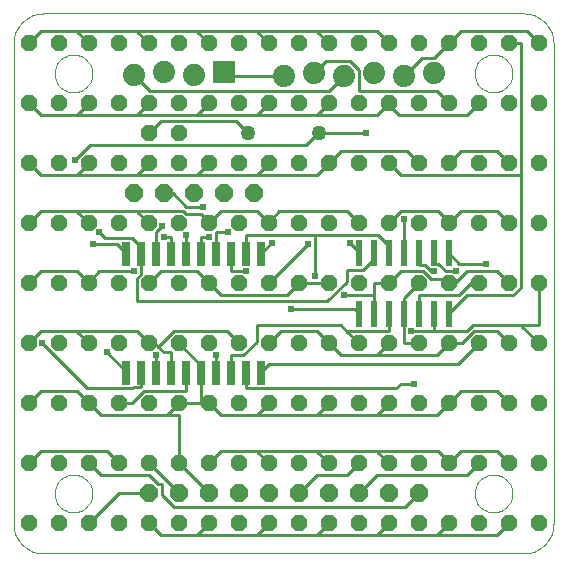
<source format=gbl>
G75*
G70*
%OFA0B0*%
%FSLAX24Y24*%
%IPPOS*%
%LPD*%
%AMOC8*
5,1,8,0,0,1.08239X$1,22.5*
%
%ADD10C,0.0000*%
%ADD11OC8,0.0520*%
%ADD12OC8,0.0600*%
%ADD13R,0.0240X0.0870*%
%ADD14R,0.0740X0.0740*%
%ADD15C,0.0740*%
%ADD16C,0.0500*%
%ADD17R,0.0260X0.0800*%
%ADD18C,0.0100*%
%ADD19C,0.0240*%
D10*
X001100Y000100D02*
X017100Y000100D01*
X017160Y000102D01*
X017221Y000107D01*
X017280Y000116D01*
X017339Y000129D01*
X017398Y000145D01*
X017455Y000165D01*
X017510Y000188D01*
X017565Y000215D01*
X017617Y000244D01*
X017668Y000277D01*
X017717Y000313D01*
X017763Y000351D01*
X017807Y000393D01*
X017849Y000437D01*
X017887Y000483D01*
X017923Y000532D01*
X017956Y000583D01*
X017985Y000635D01*
X018012Y000690D01*
X018035Y000745D01*
X018055Y000802D01*
X018071Y000861D01*
X018084Y000920D01*
X018093Y000979D01*
X018098Y001040D01*
X018100Y001100D01*
X018100Y017100D01*
X018098Y017160D01*
X018093Y017221D01*
X018084Y017280D01*
X018071Y017339D01*
X018055Y017398D01*
X018035Y017455D01*
X018012Y017510D01*
X017985Y017565D01*
X017956Y017617D01*
X017923Y017668D01*
X017887Y017717D01*
X017849Y017763D01*
X017807Y017807D01*
X017763Y017849D01*
X017717Y017887D01*
X017668Y017923D01*
X017617Y017956D01*
X017565Y017985D01*
X017510Y018012D01*
X017455Y018035D01*
X017398Y018055D01*
X017339Y018071D01*
X017280Y018084D01*
X017221Y018093D01*
X017160Y018098D01*
X017100Y018100D01*
X001100Y018100D01*
X001040Y018098D01*
X000979Y018093D01*
X000920Y018084D01*
X000861Y018071D01*
X000802Y018055D01*
X000745Y018035D01*
X000690Y018012D01*
X000635Y017985D01*
X000583Y017956D01*
X000532Y017923D01*
X000483Y017887D01*
X000437Y017849D01*
X000393Y017807D01*
X000351Y017763D01*
X000313Y017717D01*
X000277Y017668D01*
X000244Y017617D01*
X000215Y017565D01*
X000188Y017510D01*
X000165Y017455D01*
X000145Y017398D01*
X000129Y017339D01*
X000116Y017280D01*
X000107Y017221D01*
X000102Y017160D01*
X000100Y017100D01*
X000100Y001100D01*
X000102Y001040D01*
X000107Y000979D01*
X000116Y000920D01*
X000129Y000861D01*
X000145Y000802D01*
X000165Y000745D01*
X000188Y000690D01*
X000215Y000635D01*
X000244Y000583D01*
X000277Y000532D01*
X000313Y000483D01*
X000351Y000437D01*
X000393Y000393D01*
X000437Y000351D01*
X000483Y000313D01*
X000532Y000277D01*
X000583Y000244D01*
X000635Y000215D01*
X000690Y000188D01*
X000745Y000165D01*
X000802Y000145D01*
X000861Y000129D01*
X000920Y000116D01*
X000979Y000107D01*
X001040Y000102D01*
X001100Y000100D01*
X001470Y002100D02*
X001472Y002150D01*
X001478Y002200D01*
X001488Y002249D01*
X001502Y002297D01*
X001519Y002344D01*
X001540Y002389D01*
X001565Y002433D01*
X001593Y002474D01*
X001625Y002513D01*
X001659Y002550D01*
X001696Y002584D01*
X001736Y002614D01*
X001778Y002641D01*
X001822Y002665D01*
X001868Y002686D01*
X001915Y002702D01*
X001963Y002715D01*
X002013Y002724D01*
X002062Y002729D01*
X002113Y002730D01*
X002163Y002727D01*
X002212Y002720D01*
X002261Y002709D01*
X002309Y002694D01*
X002355Y002676D01*
X002400Y002654D01*
X002443Y002628D01*
X002484Y002599D01*
X002523Y002567D01*
X002559Y002532D01*
X002591Y002494D01*
X002621Y002454D01*
X002648Y002411D01*
X002671Y002367D01*
X002690Y002321D01*
X002706Y002273D01*
X002718Y002224D01*
X002726Y002175D01*
X002730Y002125D01*
X002730Y002075D01*
X002726Y002025D01*
X002718Y001976D01*
X002706Y001927D01*
X002690Y001879D01*
X002671Y001833D01*
X002648Y001789D01*
X002621Y001746D01*
X002591Y001706D01*
X002559Y001668D01*
X002523Y001633D01*
X002484Y001601D01*
X002443Y001572D01*
X002400Y001546D01*
X002355Y001524D01*
X002309Y001506D01*
X002261Y001491D01*
X002212Y001480D01*
X002163Y001473D01*
X002113Y001470D01*
X002062Y001471D01*
X002013Y001476D01*
X001963Y001485D01*
X001915Y001498D01*
X001868Y001514D01*
X001822Y001535D01*
X001778Y001559D01*
X001736Y001586D01*
X001696Y001616D01*
X001659Y001650D01*
X001625Y001687D01*
X001593Y001726D01*
X001565Y001767D01*
X001540Y001811D01*
X001519Y001856D01*
X001502Y001903D01*
X001488Y001951D01*
X001478Y002000D01*
X001472Y002050D01*
X001470Y002100D01*
X001470Y016100D02*
X001472Y016150D01*
X001478Y016200D01*
X001488Y016249D01*
X001502Y016297D01*
X001519Y016344D01*
X001540Y016389D01*
X001565Y016433D01*
X001593Y016474D01*
X001625Y016513D01*
X001659Y016550D01*
X001696Y016584D01*
X001736Y016614D01*
X001778Y016641D01*
X001822Y016665D01*
X001868Y016686D01*
X001915Y016702D01*
X001963Y016715D01*
X002013Y016724D01*
X002062Y016729D01*
X002113Y016730D01*
X002163Y016727D01*
X002212Y016720D01*
X002261Y016709D01*
X002309Y016694D01*
X002355Y016676D01*
X002400Y016654D01*
X002443Y016628D01*
X002484Y016599D01*
X002523Y016567D01*
X002559Y016532D01*
X002591Y016494D01*
X002621Y016454D01*
X002648Y016411D01*
X002671Y016367D01*
X002690Y016321D01*
X002706Y016273D01*
X002718Y016224D01*
X002726Y016175D01*
X002730Y016125D01*
X002730Y016075D01*
X002726Y016025D01*
X002718Y015976D01*
X002706Y015927D01*
X002690Y015879D01*
X002671Y015833D01*
X002648Y015789D01*
X002621Y015746D01*
X002591Y015706D01*
X002559Y015668D01*
X002523Y015633D01*
X002484Y015601D01*
X002443Y015572D01*
X002400Y015546D01*
X002355Y015524D01*
X002309Y015506D01*
X002261Y015491D01*
X002212Y015480D01*
X002163Y015473D01*
X002113Y015470D01*
X002062Y015471D01*
X002013Y015476D01*
X001963Y015485D01*
X001915Y015498D01*
X001868Y015514D01*
X001822Y015535D01*
X001778Y015559D01*
X001736Y015586D01*
X001696Y015616D01*
X001659Y015650D01*
X001625Y015687D01*
X001593Y015726D01*
X001565Y015767D01*
X001540Y015811D01*
X001519Y015856D01*
X001502Y015903D01*
X001488Y015951D01*
X001478Y016000D01*
X001472Y016050D01*
X001470Y016100D01*
X015470Y016100D02*
X015472Y016150D01*
X015478Y016200D01*
X015488Y016249D01*
X015502Y016297D01*
X015519Y016344D01*
X015540Y016389D01*
X015565Y016433D01*
X015593Y016474D01*
X015625Y016513D01*
X015659Y016550D01*
X015696Y016584D01*
X015736Y016614D01*
X015778Y016641D01*
X015822Y016665D01*
X015868Y016686D01*
X015915Y016702D01*
X015963Y016715D01*
X016013Y016724D01*
X016062Y016729D01*
X016113Y016730D01*
X016163Y016727D01*
X016212Y016720D01*
X016261Y016709D01*
X016309Y016694D01*
X016355Y016676D01*
X016400Y016654D01*
X016443Y016628D01*
X016484Y016599D01*
X016523Y016567D01*
X016559Y016532D01*
X016591Y016494D01*
X016621Y016454D01*
X016648Y016411D01*
X016671Y016367D01*
X016690Y016321D01*
X016706Y016273D01*
X016718Y016224D01*
X016726Y016175D01*
X016730Y016125D01*
X016730Y016075D01*
X016726Y016025D01*
X016718Y015976D01*
X016706Y015927D01*
X016690Y015879D01*
X016671Y015833D01*
X016648Y015789D01*
X016621Y015746D01*
X016591Y015706D01*
X016559Y015668D01*
X016523Y015633D01*
X016484Y015601D01*
X016443Y015572D01*
X016400Y015546D01*
X016355Y015524D01*
X016309Y015506D01*
X016261Y015491D01*
X016212Y015480D01*
X016163Y015473D01*
X016113Y015470D01*
X016062Y015471D01*
X016013Y015476D01*
X015963Y015485D01*
X015915Y015498D01*
X015868Y015514D01*
X015822Y015535D01*
X015778Y015559D01*
X015736Y015586D01*
X015696Y015616D01*
X015659Y015650D01*
X015625Y015687D01*
X015593Y015726D01*
X015565Y015767D01*
X015540Y015811D01*
X015519Y015856D01*
X015502Y015903D01*
X015488Y015951D01*
X015478Y016000D01*
X015472Y016050D01*
X015470Y016100D01*
X015470Y002100D02*
X015472Y002150D01*
X015478Y002200D01*
X015488Y002249D01*
X015502Y002297D01*
X015519Y002344D01*
X015540Y002389D01*
X015565Y002433D01*
X015593Y002474D01*
X015625Y002513D01*
X015659Y002550D01*
X015696Y002584D01*
X015736Y002614D01*
X015778Y002641D01*
X015822Y002665D01*
X015868Y002686D01*
X015915Y002702D01*
X015963Y002715D01*
X016013Y002724D01*
X016062Y002729D01*
X016113Y002730D01*
X016163Y002727D01*
X016212Y002720D01*
X016261Y002709D01*
X016309Y002694D01*
X016355Y002676D01*
X016400Y002654D01*
X016443Y002628D01*
X016484Y002599D01*
X016523Y002567D01*
X016559Y002532D01*
X016591Y002494D01*
X016621Y002454D01*
X016648Y002411D01*
X016671Y002367D01*
X016690Y002321D01*
X016706Y002273D01*
X016718Y002224D01*
X016726Y002175D01*
X016730Y002125D01*
X016730Y002075D01*
X016726Y002025D01*
X016718Y001976D01*
X016706Y001927D01*
X016690Y001879D01*
X016671Y001833D01*
X016648Y001789D01*
X016621Y001746D01*
X016591Y001706D01*
X016559Y001668D01*
X016523Y001633D01*
X016484Y001601D01*
X016443Y001572D01*
X016400Y001546D01*
X016355Y001524D01*
X016309Y001506D01*
X016261Y001491D01*
X016212Y001480D01*
X016163Y001473D01*
X016113Y001470D01*
X016062Y001471D01*
X016013Y001476D01*
X015963Y001485D01*
X015915Y001498D01*
X015868Y001514D01*
X015822Y001535D01*
X015778Y001559D01*
X015736Y001586D01*
X015696Y001616D01*
X015659Y001650D01*
X015625Y001687D01*
X015593Y001726D01*
X015565Y001767D01*
X015540Y001811D01*
X015519Y001856D01*
X015502Y001903D01*
X015488Y001951D01*
X015478Y002000D01*
X015472Y002050D01*
X015470Y002100D01*
D11*
X015600Y001100D03*
X014600Y001100D03*
X013600Y001100D03*
X012600Y001100D03*
X011600Y001100D03*
X010600Y001100D03*
X009600Y001100D03*
X008600Y001100D03*
X007600Y001100D03*
X006600Y001100D03*
X005600Y001100D03*
X004600Y001100D03*
X003600Y001100D03*
X002600Y001100D03*
X001600Y001100D03*
X000600Y001100D03*
X000600Y003100D03*
X001600Y003100D03*
X002600Y003100D03*
X003600Y003100D03*
X004600Y003100D03*
X005600Y003100D03*
X006600Y003100D03*
X007600Y003100D03*
X008600Y003100D03*
X009600Y003100D03*
X010600Y003100D03*
X011600Y003100D03*
X012600Y003100D03*
X013600Y003100D03*
X014600Y003100D03*
X015600Y003100D03*
X016600Y003100D03*
X017600Y003100D03*
X017600Y001100D03*
X016600Y001100D03*
X016600Y005100D03*
X015600Y005100D03*
X014600Y005100D03*
X013600Y005100D03*
X012600Y005100D03*
X011600Y005100D03*
X010600Y005100D03*
X009600Y005100D03*
X008600Y005100D03*
X007600Y005100D03*
X006600Y005100D03*
X005600Y005100D03*
X004600Y005100D03*
X003600Y005100D03*
X002600Y005100D03*
X001600Y005100D03*
X000600Y005100D03*
X000600Y007100D03*
X001600Y007100D03*
X002600Y007100D03*
X003600Y007100D03*
X004600Y007100D03*
X005600Y007100D03*
X006600Y007100D03*
X007600Y007100D03*
X008600Y007100D03*
X009600Y007100D03*
X010600Y007100D03*
X011600Y007100D03*
X012600Y007100D03*
X013600Y007100D03*
X014600Y007100D03*
X015600Y007100D03*
X016600Y007100D03*
X017600Y007100D03*
X017600Y005100D03*
X017600Y009100D03*
X016600Y009100D03*
X015600Y009100D03*
X014600Y009100D03*
X013600Y009100D03*
X012600Y009100D03*
X011600Y009100D03*
X010600Y009100D03*
X009600Y009100D03*
X008600Y009100D03*
X007600Y009100D03*
X006600Y009100D03*
X005600Y009100D03*
X004600Y009100D03*
X003600Y009100D03*
X002600Y009100D03*
X001600Y009100D03*
X000600Y009100D03*
X000600Y011100D03*
X001600Y011100D03*
X002600Y011100D03*
X003600Y011100D03*
X004600Y011100D03*
X005600Y011100D03*
X006600Y011100D03*
X007600Y011100D03*
X008600Y011100D03*
X009600Y011100D03*
X010600Y011100D03*
X011600Y011100D03*
X012600Y011100D03*
X013600Y011100D03*
X014600Y011100D03*
X015600Y011100D03*
X016600Y011100D03*
X017600Y011100D03*
X017600Y013100D03*
X016600Y013100D03*
X015600Y013100D03*
X014600Y013100D03*
X013600Y013100D03*
X012600Y013100D03*
X011600Y013100D03*
X010600Y013100D03*
X009600Y013100D03*
X008600Y013100D03*
X007600Y013100D03*
X006600Y013100D03*
X005600Y013100D03*
X004600Y013100D03*
X003600Y013100D03*
X002600Y013100D03*
X001600Y013100D03*
X000600Y013100D03*
X000600Y015100D03*
X001600Y015100D03*
X002600Y015100D03*
X003600Y015100D03*
X004600Y015100D03*
X004600Y014100D03*
X005600Y014100D03*
X005600Y015100D03*
X006600Y015100D03*
X007600Y015100D03*
X008600Y015100D03*
X009600Y015100D03*
X010600Y015100D03*
X011600Y015100D03*
X012600Y015100D03*
X013600Y015100D03*
X014600Y015100D03*
X015600Y015100D03*
X016600Y015100D03*
X017600Y015100D03*
X017600Y017100D03*
X016600Y017100D03*
X015600Y017100D03*
X014600Y017100D03*
X013600Y017100D03*
X012600Y017100D03*
X011600Y017100D03*
X010600Y017100D03*
X009600Y017100D03*
X008600Y017100D03*
X007600Y017100D03*
X006600Y017100D03*
X005600Y017100D03*
X004600Y017100D03*
X003600Y017100D03*
X002600Y017100D03*
X001600Y017100D03*
X000600Y017100D03*
D12*
X004100Y012100D03*
X005100Y012100D03*
X006100Y012100D03*
X007100Y012100D03*
X008100Y012100D03*
X007600Y002100D03*
X008600Y002100D03*
X009600Y002100D03*
X010600Y002100D03*
X011600Y002100D03*
X012600Y002100D03*
X013600Y002100D03*
X006600Y002100D03*
X005600Y002100D03*
X004600Y002100D03*
D13*
X011600Y008075D03*
X012100Y008075D03*
X012600Y008075D03*
X013100Y008075D03*
X013600Y008075D03*
X014100Y008075D03*
X014600Y008075D03*
X014600Y010125D03*
X014100Y010125D03*
X013600Y010125D03*
X013100Y010125D03*
X012600Y010125D03*
X012100Y010125D03*
X011600Y010125D03*
D14*
X007100Y016150D03*
D15*
X006100Y016050D03*
X005100Y016150D03*
X004100Y016050D03*
X009100Y016000D03*
X010100Y016100D03*
X011100Y016000D03*
X012100Y016100D03*
X013100Y016000D03*
X014100Y016100D03*
D16*
X010281Y014100D03*
X007919Y014100D03*
D17*
X007850Y010080D03*
X007350Y010080D03*
X006850Y010080D03*
X006350Y010080D03*
X005850Y010080D03*
X005350Y010080D03*
X004850Y010080D03*
X004350Y010080D03*
X003850Y010080D03*
X003850Y006120D03*
X004350Y006120D03*
X004850Y006120D03*
X005350Y006120D03*
X005850Y006120D03*
X006350Y006120D03*
X006850Y006120D03*
X007350Y006120D03*
X007850Y006120D03*
X008350Y006120D03*
X008350Y010080D03*
D18*
X008350Y010100D01*
X008700Y010450D01*
X008600Y011100D02*
X008600Y011150D01*
X008950Y011500D01*
X011200Y011500D01*
X011600Y011100D01*
X011300Y010450D02*
X011600Y010150D01*
X011600Y010125D01*
X012100Y010125D02*
X012100Y009900D01*
X011750Y009550D01*
X011200Y009550D01*
X011200Y009150D01*
X010550Y008500D01*
X004200Y008500D01*
X004200Y009250D01*
X004350Y009400D01*
X004350Y010080D01*
X004350Y010300D01*
X004050Y010600D01*
X003150Y010600D01*
X002950Y010800D01*
X002750Y010400D02*
X003550Y010400D01*
X003850Y010100D01*
X003850Y010080D01*
X004100Y009500D02*
X002950Y009500D01*
X002600Y009150D01*
X002600Y009100D01*
X002200Y009500D01*
X001000Y009500D01*
X000600Y009100D01*
X001000Y007500D02*
X002200Y007500D01*
X002225Y007475D01*
X002250Y007500D01*
X004200Y007500D01*
X004600Y007100D01*
X004800Y007100D01*
X004925Y006975D01*
X005450Y007500D01*
X007200Y007500D01*
X007600Y007100D01*
X007750Y006700D02*
X007350Y006700D01*
X007350Y006120D01*
X006850Y006120D02*
X006850Y006700D01*
X006350Y006350D02*
X006350Y006120D01*
X006350Y005100D01*
X006600Y005100D01*
X007000Y004700D01*
X008200Y004700D01*
X008225Y004725D01*
X008250Y004700D01*
X010200Y004700D01*
X010225Y004725D01*
X010250Y004700D01*
X012200Y004700D01*
X012225Y004725D01*
X012250Y004700D01*
X014200Y004700D01*
X014600Y005100D01*
X015000Y005500D01*
X016200Y005500D01*
X016600Y005100D01*
X016200Y003500D02*
X015000Y003500D01*
X014600Y003100D01*
X014600Y003150D01*
X014250Y003500D01*
X012250Y003500D01*
X012225Y003475D01*
X012600Y003100D01*
X012225Y003475D02*
X012200Y003500D01*
X010250Y003500D01*
X010225Y003475D01*
X010600Y003100D01*
X010225Y003475D02*
X010200Y003500D01*
X008250Y003500D01*
X008225Y003475D01*
X008600Y003100D01*
X008225Y003475D02*
X008200Y003500D01*
X007000Y003500D01*
X006600Y003100D01*
X005600Y003100D02*
X005600Y004700D01*
X005250Y004700D01*
X005225Y004725D01*
X005200Y004700D01*
X003000Y004700D01*
X002600Y005100D01*
X002200Y005500D01*
X001000Y005500D01*
X000600Y005100D01*
X001000Y003500D02*
X003200Y003500D01*
X003600Y003100D01*
X003000Y002700D02*
X002600Y003100D01*
X003000Y002700D02*
X004600Y002700D01*
X004900Y002400D01*
X005050Y002400D01*
X005050Y002050D01*
X005450Y001650D01*
X013150Y001650D01*
X013600Y002100D01*
X012600Y001100D02*
X012225Y000725D01*
X012250Y000700D01*
X014200Y000700D01*
X014225Y000725D01*
X014250Y000700D01*
X016200Y000700D01*
X016600Y001100D01*
X015200Y002700D02*
X015600Y003100D01*
X015200Y002700D02*
X012200Y002700D01*
X011600Y002100D01*
X011200Y002700D02*
X011600Y003100D01*
X011200Y002700D02*
X010200Y002700D01*
X009600Y002100D01*
X008600Y001100D02*
X008225Y000725D01*
X008250Y000700D01*
X010200Y000700D01*
X010225Y000725D01*
X010250Y000700D01*
X012200Y000700D01*
X012225Y000725D01*
X010600Y001100D02*
X010225Y000725D01*
X008225Y000725D02*
X008200Y000700D01*
X006250Y000700D01*
X006225Y000725D01*
X006600Y001100D01*
X006225Y000725D02*
X006200Y000700D01*
X005000Y000700D01*
X004600Y001100D01*
X004600Y002100D02*
X003600Y002100D01*
X002600Y001100D01*
X000600Y003100D02*
X001000Y003500D01*
X002550Y005600D02*
X001050Y007100D01*
X001000Y007500D02*
X000600Y007100D01*
X002225Y007475D02*
X002600Y007100D01*
X003200Y006800D02*
X003850Y006150D01*
X003850Y006120D01*
X004100Y005650D02*
X004050Y005600D01*
X002550Y005600D01*
X003600Y005100D02*
X004050Y005100D01*
X004450Y005500D01*
X005850Y005500D01*
X005850Y006120D01*
X005350Y006120D02*
X005350Y006800D01*
X005100Y006800D01*
X004925Y006975D01*
X004850Y006700D02*
X004850Y006120D01*
X004350Y006120D02*
X004350Y005650D01*
X004100Y005650D01*
X005225Y004725D02*
X005600Y005100D01*
X006350Y005100D01*
X006350Y006350D02*
X005600Y007100D01*
X007000Y008700D02*
X009200Y008700D01*
X009600Y009100D01*
X010600Y009100D01*
X010150Y009350D02*
X010150Y010700D01*
X007850Y010700D01*
X007850Y010080D01*
X007350Y010080D02*
X007350Y009500D01*
X007850Y009500D01*
X008600Y009100D02*
X009900Y010400D01*
X010150Y010700D02*
X012250Y010700D01*
X012600Y010350D01*
X012600Y010125D01*
X013100Y010125D02*
X013100Y011250D01*
X013000Y011500D02*
X012600Y011100D01*
X013000Y011500D02*
X014250Y011500D01*
X014600Y011150D01*
X014600Y011100D01*
X015000Y011500D01*
X016200Y011500D01*
X016600Y011100D01*
X015850Y009750D02*
X014950Y009750D01*
X014600Y010100D01*
X014600Y010125D01*
X014250Y009750D02*
X014500Y009500D01*
X014850Y009500D01*
X014850Y009150D02*
X014600Y009150D01*
X014600Y009100D01*
X014450Y009250D01*
X014000Y009250D01*
X013750Y009500D01*
X013000Y009500D01*
X012600Y009100D01*
X012100Y009100D01*
X012100Y008700D01*
X011100Y008700D01*
X011450Y008250D02*
X009350Y008250D01*
X009000Y007500D02*
X008600Y007100D01*
X008200Y007150D02*
X008200Y007700D01*
X011000Y007700D01*
X011225Y007475D01*
X011250Y007500D01*
X012600Y007500D01*
X012600Y008075D01*
X012100Y008075D02*
X012100Y008700D01*
X011600Y008100D02*
X011600Y008075D01*
X011600Y008100D02*
X011450Y008250D01*
X011225Y007475D02*
X011600Y007100D01*
X011000Y006700D02*
X010600Y007100D01*
X010200Y007500D01*
X009000Y007500D01*
X008200Y007150D02*
X007750Y006700D01*
X007850Y006120D02*
X007850Y005600D01*
X012850Y005600D01*
X013000Y005750D01*
X013450Y005750D01*
X012600Y005100D02*
X012225Y004725D01*
X010600Y005100D02*
X010225Y004725D01*
X008600Y005100D02*
X008225Y004725D01*
X008350Y006120D02*
X008350Y006150D01*
X008600Y006400D01*
X014900Y006400D01*
X015600Y007100D01*
X015450Y007500D02*
X015050Y007100D01*
X014600Y007100D01*
X014200Y006700D01*
X012250Y006700D01*
X012225Y006725D01*
X012600Y007100D01*
X013100Y007100D02*
X013600Y007100D01*
X013350Y007500D02*
X014100Y007500D01*
X015200Y007500D01*
X015400Y007700D01*
X017000Y007700D01*
X017025Y007675D01*
X017050Y007700D01*
X017600Y007700D01*
X017600Y009100D01*
X017000Y008950D02*
X017000Y012700D01*
X013000Y012700D01*
X012600Y013100D01*
X013200Y013500D02*
X013600Y013100D01*
X013200Y013500D02*
X011000Y013500D01*
X010600Y013100D01*
X010200Y012700D01*
X008250Y012700D01*
X008225Y012725D01*
X008600Y013100D01*
X008225Y012725D02*
X008200Y012700D01*
X006250Y012700D01*
X006225Y012725D01*
X006600Y013100D01*
X006225Y012725D02*
X006200Y012700D01*
X004250Y012700D01*
X004225Y012725D01*
X004600Y013100D01*
X004225Y012725D02*
X004200Y012700D01*
X002250Y012700D01*
X002225Y012725D01*
X002200Y012700D01*
X001000Y012700D01*
X000600Y013100D01*
X002150Y013200D02*
X002650Y013700D01*
X009850Y013700D01*
X010250Y014100D01*
X010281Y014100D01*
X011850Y014100D01*
X012200Y014700D02*
X010250Y014700D01*
X010225Y014725D01*
X010600Y015100D01*
X010225Y014725D02*
X010200Y014700D01*
X008250Y014700D01*
X008225Y014725D01*
X008600Y015100D01*
X008225Y014725D02*
X008200Y014700D01*
X006250Y014700D01*
X006225Y014725D01*
X006600Y015100D01*
X006225Y014725D02*
X006200Y014700D01*
X004250Y014700D01*
X004225Y014725D01*
X004600Y015100D01*
X004225Y014725D02*
X004200Y014700D01*
X002250Y014700D01*
X002225Y014725D01*
X002200Y014700D01*
X001000Y014700D01*
X000600Y015100D01*
X002225Y014725D02*
X002600Y015100D01*
X004100Y016050D02*
X004650Y015500D01*
X010600Y015500D01*
X011100Y016000D01*
X011300Y016500D02*
X010500Y016500D01*
X010100Y016100D01*
X009100Y016000D02*
X007250Y016000D01*
X007100Y016150D01*
X006600Y017100D02*
X006225Y017475D01*
X006250Y017500D01*
X008200Y017500D01*
X008225Y017475D01*
X008250Y017500D01*
X010200Y017500D01*
X010225Y017475D01*
X010250Y017500D01*
X012200Y017500D01*
X012600Y017100D01*
X011600Y016200D02*
X011600Y015500D01*
X014200Y015500D01*
X014600Y015100D01*
X015200Y014700D02*
X015600Y015100D01*
X015200Y014700D02*
X012950Y014700D01*
X012600Y015050D01*
X012600Y015100D01*
X012200Y014700D01*
X013100Y016000D02*
X013700Y016600D01*
X014100Y016600D01*
X014600Y017100D01*
X015000Y017500D01*
X017200Y017500D01*
X017600Y017100D01*
X017000Y017100D02*
X016600Y017100D01*
X017000Y017100D02*
X017000Y012700D01*
X016600Y013100D02*
X016200Y013500D01*
X015000Y013500D01*
X014600Y013100D01*
X014100Y010125D02*
X014100Y009750D01*
X014250Y009750D01*
X014100Y009500D02*
X014000Y009500D01*
X013800Y009700D01*
X013600Y009700D01*
X013600Y010125D01*
X013600Y009100D02*
X013100Y008600D01*
X013100Y008075D01*
X013100Y007100D01*
X012225Y006725D02*
X012200Y006700D01*
X011000Y006700D01*
X013600Y008075D02*
X013600Y008700D01*
X014950Y008700D01*
X015350Y009100D01*
X015600Y009100D01*
X015200Y009500D02*
X014850Y009150D01*
X015200Y009500D02*
X016200Y009500D01*
X016600Y009100D01*
X017000Y008950D02*
X016750Y008700D01*
X015200Y008700D01*
X014600Y008100D01*
X014600Y008075D01*
X014100Y008075D02*
X014100Y007500D01*
X015450Y007500D02*
X016200Y007500D01*
X016600Y007100D01*
X017025Y007675D02*
X017600Y007100D01*
X016200Y003500D02*
X016600Y003100D01*
X014600Y001100D02*
X014225Y000725D01*
X006600Y002100D02*
X005600Y003100D01*
X005600Y002100D02*
X004600Y003100D01*
X007000Y008700D02*
X006600Y009100D01*
X006200Y009500D01*
X005000Y009500D01*
X004600Y009100D01*
X004850Y010080D02*
X004850Y010800D01*
X005050Y011000D01*
X005100Y010650D02*
X005350Y010650D01*
X005350Y010080D01*
X005850Y010080D02*
X005850Y010700D01*
X006350Y010650D02*
X006350Y010080D01*
X006850Y010080D02*
X006850Y010800D01*
X007250Y010800D01*
X006600Y010650D02*
X006350Y010650D01*
X006600Y011100D02*
X006600Y011150D01*
X006350Y011400D01*
X005850Y011400D01*
X005750Y011500D01*
X004250Y011500D01*
X004225Y011475D01*
X004600Y011100D01*
X004225Y011475D02*
X004200Y011500D01*
X002250Y011500D01*
X002225Y011475D01*
X002200Y011500D01*
X001000Y011500D01*
X000600Y011100D01*
X002225Y011475D02*
X002600Y011100D01*
X002225Y012725D02*
X002600Y013100D01*
X004600Y014100D02*
X005000Y014500D01*
X007500Y014500D01*
X007900Y014100D01*
X007919Y014100D01*
X006400Y011650D02*
X005850Y011650D01*
X005400Y012100D01*
X005100Y012100D01*
X006600Y011100D02*
X007000Y011500D01*
X008200Y011500D01*
X008600Y011100D01*
X011600Y016200D02*
X011300Y016500D01*
X010600Y017100D02*
X010225Y017475D01*
X008600Y017100D02*
X008225Y017475D01*
X006225Y017475D02*
X006200Y017500D01*
X004250Y017500D01*
X004225Y017475D01*
X004600Y017100D01*
X004225Y017475D02*
X004200Y017500D01*
X002250Y017500D01*
X002225Y017475D01*
X002600Y017100D01*
X002225Y017475D02*
X002200Y017500D01*
X001000Y017500D01*
X000600Y017100D01*
D19*
X002150Y013200D03*
X002950Y010800D03*
X002750Y010400D03*
X004100Y009500D03*
X005100Y010650D03*
X005050Y011000D03*
X005850Y010700D03*
X006600Y010650D03*
X007250Y010800D03*
X006400Y011650D03*
X007850Y009500D03*
X008700Y010450D03*
X009900Y010400D03*
X010150Y009350D03*
X011100Y008700D03*
X009350Y008250D03*
X011300Y010450D03*
X013100Y011250D03*
X014100Y009500D03*
X014850Y009500D03*
X015850Y009750D03*
X013350Y007500D03*
X013450Y005750D03*
X006850Y006700D03*
X004850Y006700D03*
X003200Y006800D03*
X001050Y007100D03*
X011850Y014100D03*
M02*

</source>
